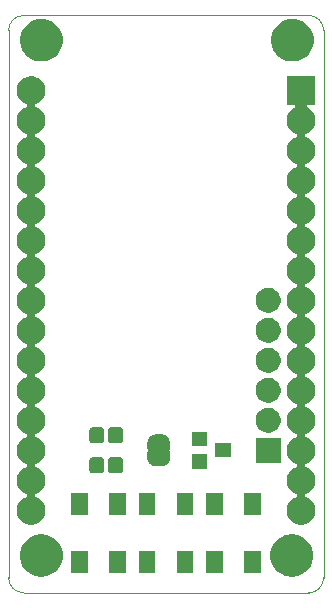
<source format=gbr>
%TF.GenerationSoftware,KiCad,Pcbnew,5.1.5+dfsg1-2~bpo10+1*%
%TF.CreationDate,2020-10-04T09:48:28+00:00*%
%TF.ProjectId,CO2,434f322e-6b69-4636-9164-5f7063625858,rev?*%
%TF.SameCoordinates,Original*%
%TF.FileFunction,Soldermask,Top*%
%TF.FilePolarity,Negative*%
%FSLAX45Y45*%
G04 Gerber Fmt 4.5, Leading zero omitted, Abs format (unit mm)*
G04 Created by KiCad (PCBNEW 5.1.5+dfsg1-2~bpo10+1) date 2020-10-04 09:48:28*
%MOMM*%
%LPD*%
G04 APERTURE LIST*
%ADD10C,0.120000*%
%ADD11C,0.150000*%
G04 APERTURE END LIST*
D10*
X-63500Y-4254500D02*
G75*
G02X-190500Y-4127500I0J127000D01*
G01*
X2476500Y-4127500D02*
G75*
G02X2349500Y-4254500I-127000J0D01*
G01*
X-190500Y507511D02*
G75*
G02X-63500Y634511I127000J0D01*
G01*
X2349500Y634511D02*
G75*
G02X2476500Y507511I0J-127000D01*
G01*
X2476500Y-4127500D02*
X2476500Y508000D01*
X-63500Y-4254500D02*
X2349500Y-4254500D01*
X-190500Y508000D02*
X-190500Y-4127500D01*
X2349500Y634511D02*
X-63500Y634511D01*
D11*
G36*
X2241116Y-3761459D02*
G01*
X2258504Y-3764917D01*
X2291262Y-3778486D01*
X2320743Y-3798185D01*
X2345815Y-3823257D01*
X2365514Y-3852738D01*
X2379083Y-3885496D01*
X2386000Y-3920272D01*
X2386000Y-3955728D01*
X2379083Y-3990504D01*
X2365514Y-4023262D01*
X2345815Y-4052743D01*
X2320743Y-4077815D01*
X2291262Y-4097514D01*
X2258504Y-4111083D01*
X2241116Y-4114541D01*
X2223729Y-4118000D01*
X2188271Y-4118000D01*
X2170884Y-4114541D01*
X2153496Y-4111083D01*
X2120738Y-4097514D01*
X2091257Y-4077815D01*
X2066185Y-4052743D01*
X2046486Y-4023262D01*
X2032917Y-3990504D01*
X2026000Y-3955728D01*
X2026000Y-3920272D01*
X2032917Y-3885496D01*
X2046486Y-3852738D01*
X2066185Y-3823257D01*
X2091257Y-3798185D01*
X2120738Y-3778486D01*
X2153496Y-3764917D01*
X2170884Y-3761459D01*
X2188271Y-3758000D01*
X2223729Y-3758000D01*
X2241116Y-3761459D01*
G37*
G36*
X121116Y-3761459D02*
G01*
X138504Y-3764917D01*
X171262Y-3778486D01*
X200743Y-3798185D01*
X225815Y-3823257D01*
X245514Y-3852738D01*
X259083Y-3885496D01*
X266000Y-3920272D01*
X266000Y-3955728D01*
X259083Y-3990504D01*
X245514Y-4023262D01*
X225815Y-4052743D01*
X200743Y-4077815D01*
X171262Y-4097514D01*
X138504Y-4111083D01*
X121116Y-4114541D01*
X103729Y-4118000D01*
X68271Y-4118000D01*
X50884Y-4114541D01*
X33496Y-4111083D01*
X738Y-4097514D01*
X-28743Y-4077815D01*
X-53815Y-4052743D01*
X-73514Y-4023262D01*
X-87083Y-3990504D01*
X-94000Y-3955728D01*
X-94000Y-3920272D01*
X-87083Y-3885496D01*
X-73514Y-3852738D01*
X-53815Y-3823257D01*
X-28743Y-3798185D01*
X738Y-3778486D01*
X33496Y-3764917D01*
X50884Y-3761459D01*
X68271Y-3758000D01*
X103729Y-3758000D01*
X121116Y-3761459D01*
G37*
G36*
X801500Y-4086500D02*
G01*
X661500Y-4086500D01*
X661500Y-3896500D01*
X801500Y-3896500D01*
X801500Y-4086500D01*
G37*
G36*
X1944500Y-4086500D02*
G01*
X1804500Y-4086500D01*
X1804500Y-3896500D01*
X1944500Y-3896500D01*
X1944500Y-4086500D01*
G37*
G36*
X1624500Y-4086500D02*
G01*
X1484500Y-4086500D01*
X1484500Y-3896500D01*
X1624500Y-3896500D01*
X1624500Y-4086500D01*
G37*
G36*
X1053000Y-4086500D02*
G01*
X913000Y-4086500D01*
X913000Y-3896500D01*
X1053000Y-3896500D01*
X1053000Y-4086500D01*
G37*
G36*
X1373000Y-4086500D02*
G01*
X1233000Y-4086500D01*
X1233000Y-3896500D01*
X1373000Y-3896500D01*
X1373000Y-4086500D01*
G37*
G36*
X481500Y-4086500D02*
G01*
X341500Y-4086500D01*
X341500Y-3896500D01*
X481500Y-3896500D01*
X481500Y-4086500D01*
G37*
G36*
X35469Y116927D02*
G01*
X57599Y107761D01*
X57599Y107760D01*
X77516Y94453D01*
X94453Y77516D01*
X107760Y57599D01*
X107761Y57599D01*
X116927Y35469D01*
X121600Y11977D01*
X121600Y-11977D01*
X116927Y-35469D01*
X107761Y-57599D01*
X107760Y-57599D01*
X94453Y-77516D01*
X77516Y-94453D01*
X57599Y-107760D01*
X57599Y-107761D01*
X57599Y-107761D01*
X39032Y-115452D01*
X36870Y-116607D01*
X34976Y-118161D01*
X33422Y-120055D01*
X32267Y-122216D01*
X31555Y-124561D01*
X31315Y-127000D01*
X31555Y-129439D01*
X32267Y-131784D01*
X33422Y-133945D01*
X34976Y-135839D01*
X36871Y-137393D01*
X39032Y-138548D01*
X57599Y-146239D01*
X57599Y-146240D01*
X77516Y-159547D01*
X94453Y-176484D01*
X107760Y-196401D01*
X107761Y-196401D01*
X116927Y-218531D01*
X121600Y-242023D01*
X121600Y-265977D01*
X116927Y-289469D01*
X107761Y-311599D01*
X107760Y-311599D01*
X94453Y-331516D01*
X77516Y-348453D01*
X57599Y-361760D01*
X57599Y-361761D01*
X57599Y-361761D01*
X39032Y-369452D01*
X36870Y-370607D01*
X34976Y-372161D01*
X33422Y-374055D01*
X32267Y-376216D01*
X31555Y-378561D01*
X31315Y-381000D01*
X31555Y-383439D01*
X32267Y-385783D01*
X33422Y-387945D01*
X34976Y-389839D01*
X36871Y-391393D01*
X39032Y-392548D01*
X57599Y-400239D01*
X57599Y-400239D01*
X77516Y-413547D01*
X94453Y-430484D01*
X107760Y-450401D01*
X107761Y-450401D01*
X116927Y-472531D01*
X121600Y-496023D01*
X121600Y-519977D01*
X116927Y-543469D01*
X107761Y-565599D01*
X107760Y-565599D01*
X94453Y-585516D01*
X77516Y-602453D01*
X57599Y-615761D01*
X57599Y-615761D01*
X57599Y-615761D01*
X39032Y-623452D01*
X36870Y-624607D01*
X34976Y-626161D01*
X33422Y-628056D01*
X32267Y-630217D01*
X31555Y-632561D01*
X31315Y-635000D01*
X31555Y-637439D01*
X32267Y-639784D01*
X33422Y-641945D01*
X34976Y-643839D01*
X36871Y-645393D01*
X39032Y-646548D01*
X57599Y-654239D01*
X57599Y-654240D01*
X77516Y-667547D01*
X94453Y-684485D01*
X107760Y-704401D01*
X107761Y-704401D01*
X116927Y-726531D01*
X121600Y-750023D01*
X121600Y-773977D01*
X116927Y-797469D01*
X107761Y-819599D01*
X107760Y-819599D01*
X94453Y-839515D01*
X77516Y-856453D01*
X57599Y-869760D01*
X57599Y-869761D01*
X57599Y-869761D01*
X39032Y-877452D01*
X36870Y-878607D01*
X34976Y-880161D01*
X33422Y-882055D01*
X32267Y-884216D01*
X31555Y-886561D01*
X31315Y-889000D01*
X31555Y-891439D01*
X32267Y-893783D01*
X33422Y-895945D01*
X34976Y-897839D01*
X36871Y-899393D01*
X39032Y-900548D01*
X57599Y-908239D01*
X57599Y-908239D01*
X77516Y-921547D01*
X94453Y-938484D01*
X107760Y-958401D01*
X107761Y-958401D01*
X116927Y-980531D01*
X121600Y-1004023D01*
X121600Y-1027977D01*
X116927Y-1051469D01*
X107761Y-1073599D01*
X107760Y-1073599D01*
X94453Y-1093516D01*
X77516Y-1110453D01*
X57599Y-1123761D01*
X57599Y-1123761D01*
X57599Y-1123761D01*
X39032Y-1131452D01*
X36870Y-1132607D01*
X34976Y-1134161D01*
X33422Y-1136056D01*
X32267Y-1138217D01*
X31555Y-1140561D01*
X31315Y-1143000D01*
X31555Y-1145439D01*
X32267Y-1147784D01*
X33422Y-1149945D01*
X34976Y-1151839D01*
X36871Y-1153393D01*
X39032Y-1154548D01*
X57599Y-1162239D01*
X57599Y-1162240D01*
X77516Y-1175547D01*
X94453Y-1192485D01*
X107760Y-1212401D01*
X107761Y-1212401D01*
X116927Y-1234531D01*
X121600Y-1258023D01*
X121600Y-1281977D01*
X116927Y-1305469D01*
X107761Y-1327599D01*
X107760Y-1327599D01*
X94453Y-1347516D01*
X77516Y-1364453D01*
X57599Y-1377761D01*
X57599Y-1377761D01*
X57599Y-1377761D01*
X39032Y-1385452D01*
X36870Y-1386607D01*
X34976Y-1388161D01*
X33422Y-1390056D01*
X32267Y-1392217D01*
X31555Y-1394561D01*
X31315Y-1397000D01*
X31555Y-1399439D01*
X32267Y-1401783D01*
X33422Y-1403945D01*
X34976Y-1405839D01*
X36871Y-1407393D01*
X39032Y-1408548D01*
X57599Y-1416239D01*
X57599Y-1416239D01*
X77516Y-1429547D01*
X94453Y-1446484D01*
X107760Y-1466401D01*
X107761Y-1466401D01*
X116927Y-1488531D01*
X121600Y-1512023D01*
X121600Y-1535977D01*
X116927Y-1559469D01*
X107761Y-1581599D01*
X107760Y-1581599D01*
X94453Y-1601515D01*
X77516Y-1618453D01*
X57599Y-1631760D01*
X57599Y-1631761D01*
X57599Y-1631761D01*
X39032Y-1639452D01*
X36870Y-1640607D01*
X34976Y-1642161D01*
X33422Y-1644055D01*
X32267Y-1646216D01*
X31555Y-1648561D01*
X31315Y-1651000D01*
X31555Y-1653439D01*
X32267Y-1655783D01*
X33422Y-1657945D01*
X34976Y-1659839D01*
X36871Y-1661393D01*
X39032Y-1662548D01*
X57599Y-1670239D01*
X57599Y-1670239D01*
X77516Y-1683547D01*
X94453Y-1700484D01*
X101523Y-1711066D01*
X107761Y-1720401D01*
X116927Y-1742531D01*
X121600Y-1766023D01*
X121600Y-1789977D01*
X116927Y-1813469D01*
X111018Y-1827736D01*
X107760Y-1835599D01*
X94453Y-1855515D01*
X77516Y-1872453D01*
X57599Y-1885760D01*
X57599Y-1885761D01*
X57599Y-1885761D01*
X39032Y-1893452D01*
X36870Y-1894607D01*
X34976Y-1896161D01*
X33422Y-1898055D01*
X32267Y-1900216D01*
X31555Y-1902561D01*
X31315Y-1905000D01*
X31555Y-1907439D01*
X32267Y-1909783D01*
X33422Y-1911945D01*
X34976Y-1913839D01*
X36871Y-1915393D01*
X39032Y-1916548D01*
X57599Y-1924239D01*
X57599Y-1924239D01*
X77516Y-1937547D01*
X94453Y-1954484D01*
X101523Y-1965066D01*
X107761Y-1974401D01*
X116927Y-1996531D01*
X121600Y-2020023D01*
X121600Y-2043977D01*
X116927Y-2067469D01*
X111018Y-2081736D01*
X107760Y-2089599D01*
X94453Y-2109516D01*
X77516Y-2126453D01*
X57599Y-2139761D01*
X57599Y-2139761D01*
X57599Y-2139761D01*
X39032Y-2147452D01*
X36870Y-2148607D01*
X34976Y-2150161D01*
X33422Y-2152056D01*
X32267Y-2154217D01*
X31555Y-2156561D01*
X31315Y-2159000D01*
X31555Y-2161439D01*
X32267Y-2163784D01*
X33422Y-2165945D01*
X34976Y-2167839D01*
X36871Y-2169393D01*
X39032Y-2170548D01*
X57599Y-2178239D01*
X57599Y-2178240D01*
X77516Y-2191547D01*
X94453Y-2208485D01*
X101523Y-2219067D01*
X107761Y-2228401D01*
X116927Y-2250531D01*
X121600Y-2274023D01*
X121600Y-2297977D01*
X116927Y-2321469D01*
X111018Y-2335736D01*
X107760Y-2343599D01*
X94453Y-2363516D01*
X77516Y-2380453D01*
X57599Y-2393761D01*
X57599Y-2393761D01*
X57599Y-2393761D01*
X39032Y-2401452D01*
X36870Y-2402607D01*
X34976Y-2404161D01*
X33422Y-2406056D01*
X32267Y-2408217D01*
X31555Y-2410561D01*
X31315Y-2413000D01*
X31555Y-2415439D01*
X32267Y-2417784D01*
X33422Y-2419945D01*
X34976Y-2421839D01*
X36871Y-2423393D01*
X39032Y-2424548D01*
X57599Y-2432239D01*
X57599Y-2432240D01*
X77516Y-2445547D01*
X94453Y-2462485D01*
X101523Y-2473067D01*
X107761Y-2482401D01*
X116927Y-2504531D01*
X121600Y-2528023D01*
X121600Y-2551977D01*
X116927Y-2575469D01*
X111018Y-2589736D01*
X107760Y-2597599D01*
X94453Y-2617516D01*
X77516Y-2634453D01*
X57599Y-2647761D01*
X57599Y-2647761D01*
X57599Y-2647761D01*
X39032Y-2655452D01*
X36870Y-2656607D01*
X34976Y-2658161D01*
X33422Y-2660056D01*
X32267Y-2662217D01*
X31555Y-2664561D01*
X31315Y-2667000D01*
X31555Y-2669439D01*
X32267Y-2671784D01*
X33422Y-2673945D01*
X34976Y-2675839D01*
X36871Y-2677393D01*
X39032Y-2678548D01*
X57599Y-2686239D01*
X57599Y-2686240D01*
X77516Y-2699547D01*
X94453Y-2716485D01*
X101523Y-2727067D01*
X107761Y-2736401D01*
X116927Y-2758531D01*
X121600Y-2782023D01*
X121600Y-2805977D01*
X116927Y-2829469D01*
X111018Y-2843736D01*
X107760Y-2851599D01*
X94453Y-2871515D01*
X77516Y-2888453D01*
X57599Y-2901760D01*
X57599Y-2901761D01*
X57599Y-2901761D01*
X39032Y-2909452D01*
X36870Y-2910607D01*
X34976Y-2912161D01*
X33422Y-2914055D01*
X32267Y-2916216D01*
X31555Y-2918561D01*
X31315Y-2921000D01*
X31555Y-2923439D01*
X32267Y-2925783D01*
X33422Y-2927945D01*
X34976Y-2929839D01*
X36871Y-2931393D01*
X39032Y-2932548D01*
X57299Y-2940115D01*
X57599Y-2940239D01*
X77516Y-2953547D01*
X94453Y-2970484D01*
X106122Y-2987948D01*
X107761Y-2990401D01*
X116927Y-3012531D01*
X121600Y-3036023D01*
X121600Y-3059977D01*
X116927Y-3083469D01*
X107761Y-3105599D01*
X107760Y-3105599D01*
X94453Y-3125515D01*
X77516Y-3142453D01*
X57599Y-3155760D01*
X57599Y-3155761D01*
X57599Y-3155761D01*
X39032Y-3163452D01*
X36870Y-3164607D01*
X34976Y-3166161D01*
X33422Y-3168055D01*
X32267Y-3170216D01*
X31555Y-3172561D01*
X31315Y-3175000D01*
X31555Y-3177439D01*
X32267Y-3179783D01*
X33422Y-3181945D01*
X34976Y-3183839D01*
X36871Y-3185393D01*
X39032Y-3186548D01*
X57599Y-3194239D01*
X57599Y-3194239D01*
X77516Y-3207547D01*
X94453Y-3224484D01*
X106122Y-3241948D01*
X107761Y-3244401D01*
X116927Y-3266531D01*
X121600Y-3290023D01*
X121600Y-3313977D01*
X116927Y-3337469D01*
X107761Y-3359599D01*
X107760Y-3359599D01*
X94453Y-3379515D01*
X77516Y-3396453D01*
X57599Y-3409760D01*
X57599Y-3409761D01*
X57599Y-3409761D01*
X39032Y-3417452D01*
X36870Y-3418607D01*
X34976Y-3420161D01*
X33422Y-3422055D01*
X32267Y-3424216D01*
X31555Y-3426561D01*
X31315Y-3429000D01*
X31555Y-3431439D01*
X32267Y-3433783D01*
X33422Y-3435945D01*
X34976Y-3437839D01*
X36871Y-3439393D01*
X39032Y-3440548D01*
X57599Y-3448239D01*
X57599Y-3448239D01*
X77516Y-3461547D01*
X94453Y-3478484D01*
X107760Y-3498401D01*
X107761Y-3498401D01*
X116927Y-3520531D01*
X121600Y-3544023D01*
X121600Y-3567977D01*
X116927Y-3591469D01*
X107761Y-3613599D01*
X107760Y-3613599D01*
X94453Y-3633515D01*
X77516Y-3650453D01*
X57599Y-3663760D01*
X57599Y-3663761D01*
X57599Y-3663761D01*
X35469Y-3672927D01*
X11977Y-3677600D01*
X-11977Y-3677600D01*
X-35469Y-3672927D01*
X-57599Y-3663761D01*
X-57599Y-3663761D01*
X-57599Y-3663760D01*
X-77516Y-3650453D01*
X-94453Y-3633515D01*
X-107760Y-3613599D01*
X-107761Y-3613599D01*
X-116927Y-3591469D01*
X-121600Y-3567977D01*
X-121600Y-3544023D01*
X-116927Y-3520531D01*
X-107761Y-3498401D01*
X-107760Y-3498401D01*
X-94453Y-3478484D01*
X-77516Y-3461547D01*
X-57599Y-3448239D01*
X-57599Y-3448239D01*
X-39032Y-3440548D01*
X-36870Y-3439393D01*
X-34976Y-3437839D01*
X-33422Y-3435944D01*
X-32267Y-3433783D01*
X-31555Y-3431439D01*
X-31315Y-3429000D01*
X-31555Y-3426561D01*
X-32267Y-3424216D01*
X-33422Y-3422055D01*
X-34976Y-3420161D01*
X-36871Y-3418607D01*
X-39032Y-3417452D01*
X-57599Y-3409761D01*
X-57599Y-3409761D01*
X-57599Y-3409760D01*
X-77516Y-3396453D01*
X-94453Y-3379515D01*
X-107760Y-3359599D01*
X-107761Y-3359599D01*
X-116927Y-3337469D01*
X-121600Y-3313977D01*
X-121600Y-3290023D01*
X-116927Y-3266531D01*
X-107761Y-3244401D01*
X-106122Y-3241948D01*
X-94453Y-3224484D01*
X-77516Y-3207547D01*
X-57599Y-3194239D01*
X-57599Y-3194239D01*
X-39032Y-3186548D01*
X-36870Y-3185393D01*
X-34976Y-3183839D01*
X-33422Y-3181944D01*
X-32267Y-3179783D01*
X-31555Y-3177439D01*
X-31315Y-3175000D01*
X-31555Y-3172561D01*
X-32267Y-3170216D01*
X-33422Y-3168055D01*
X-34976Y-3166161D01*
X-36871Y-3164607D01*
X-39032Y-3163452D01*
X-57599Y-3155761D01*
X-57599Y-3155761D01*
X-57599Y-3155760D01*
X-77516Y-3142453D01*
X-94453Y-3125515D01*
X-107760Y-3105599D01*
X-107761Y-3105599D01*
X-116927Y-3083469D01*
X-121600Y-3059977D01*
X-121600Y-3036023D01*
X-116927Y-3012531D01*
X-107761Y-2990401D01*
X-106122Y-2987948D01*
X-94453Y-2970484D01*
X-77516Y-2953547D01*
X-57599Y-2940239D01*
X-57299Y-2940115D01*
X-39032Y-2932548D01*
X-36870Y-2931393D01*
X-34976Y-2929839D01*
X-33422Y-2927944D01*
X-32267Y-2925783D01*
X-31555Y-2923439D01*
X-31315Y-2921000D01*
X-31555Y-2918561D01*
X-32267Y-2916216D01*
X-33422Y-2914055D01*
X-34976Y-2912161D01*
X-36871Y-2910607D01*
X-39032Y-2909452D01*
X-57599Y-2901761D01*
X-57599Y-2901761D01*
X-57599Y-2901760D01*
X-77516Y-2888453D01*
X-94453Y-2871515D01*
X-107760Y-2851599D01*
X-111018Y-2843736D01*
X-116927Y-2829469D01*
X-121600Y-2805977D01*
X-121600Y-2782023D01*
X-116927Y-2758531D01*
X-107761Y-2736401D01*
X-101523Y-2727067D01*
X-94453Y-2716485D01*
X-77516Y-2699547D01*
X-57599Y-2686240D01*
X-57599Y-2686239D01*
X-39032Y-2678548D01*
X-36870Y-2677393D01*
X-34976Y-2675839D01*
X-33422Y-2673945D01*
X-32267Y-2671784D01*
X-31555Y-2669439D01*
X-31315Y-2667000D01*
X-31555Y-2664561D01*
X-32267Y-2662217D01*
X-33422Y-2660055D01*
X-34976Y-2658161D01*
X-36871Y-2656607D01*
X-39032Y-2655452D01*
X-57599Y-2647761D01*
X-57599Y-2647761D01*
X-57599Y-2647761D01*
X-77516Y-2634453D01*
X-94453Y-2617516D01*
X-107760Y-2597599D01*
X-111018Y-2589736D01*
X-116927Y-2575469D01*
X-121600Y-2551977D01*
X-121600Y-2528023D01*
X-116927Y-2504531D01*
X-107761Y-2482401D01*
X-101523Y-2473067D01*
X-94453Y-2462485D01*
X-77516Y-2445547D01*
X-57599Y-2432240D01*
X-57599Y-2432239D01*
X-39032Y-2424548D01*
X-36870Y-2423393D01*
X-34976Y-2421839D01*
X-33422Y-2419945D01*
X-32267Y-2417784D01*
X-31555Y-2415439D01*
X-31315Y-2413000D01*
X-31555Y-2410561D01*
X-32267Y-2408217D01*
X-33422Y-2406055D01*
X-34976Y-2404161D01*
X-36871Y-2402607D01*
X-39032Y-2401452D01*
X-57599Y-2393761D01*
X-57599Y-2393761D01*
X-57599Y-2393761D01*
X-77516Y-2380453D01*
X-94453Y-2363516D01*
X-107760Y-2343599D01*
X-111018Y-2335736D01*
X-116927Y-2321469D01*
X-121600Y-2297977D01*
X-121600Y-2274023D01*
X-116927Y-2250531D01*
X-107761Y-2228401D01*
X-101523Y-2219067D01*
X-94453Y-2208485D01*
X-77516Y-2191547D01*
X-57599Y-2178240D01*
X-57599Y-2178239D01*
X-39032Y-2170548D01*
X-36870Y-2169393D01*
X-34976Y-2167839D01*
X-33422Y-2165945D01*
X-32267Y-2163784D01*
X-31555Y-2161439D01*
X-31315Y-2159000D01*
X-31555Y-2156561D01*
X-32267Y-2154217D01*
X-33422Y-2152055D01*
X-34976Y-2150161D01*
X-36871Y-2148607D01*
X-39032Y-2147452D01*
X-57599Y-2139761D01*
X-57599Y-2139761D01*
X-57599Y-2139761D01*
X-77516Y-2126453D01*
X-94453Y-2109516D01*
X-107760Y-2089599D01*
X-111018Y-2081736D01*
X-116927Y-2067469D01*
X-121600Y-2043977D01*
X-121600Y-2020023D01*
X-116927Y-1996531D01*
X-107761Y-1974401D01*
X-101523Y-1965066D01*
X-94453Y-1954484D01*
X-77516Y-1937547D01*
X-57599Y-1924239D01*
X-57599Y-1924239D01*
X-39032Y-1916548D01*
X-36870Y-1915393D01*
X-34976Y-1913839D01*
X-33422Y-1911944D01*
X-32267Y-1909783D01*
X-31555Y-1907439D01*
X-31315Y-1905000D01*
X-31555Y-1902561D01*
X-32267Y-1900216D01*
X-33422Y-1898055D01*
X-34976Y-1896161D01*
X-36871Y-1894607D01*
X-39032Y-1893452D01*
X-57599Y-1885761D01*
X-57599Y-1885761D01*
X-57599Y-1885760D01*
X-77516Y-1872453D01*
X-94453Y-1855515D01*
X-107760Y-1835599D01*
X-111018Y-1827736D01*
X-116927Y-1813469D01*
X-121600Y-1789977D01*
X-121600Y-1766023D01*
X-116927Y-1742531D01*
X-107761Y-1720401D01*
X-101523Y-1711066D01*
X-94453Y-1700484D01*
X-77516Y-1683547D01*
X-57599Y-1670239D01*
X-57599Y-1670239D01*
X-39032Y-1662548D01*
X-36870Y-1661393D01*
X-34976Y-1659839D01*
X-33422Y-1657944D01*
X-32267Y-1655783D01*
X-31555Y-1653439D01*
X-31315Y-1651000D01*
X-31555Y-1648561D01*
X-32267Y-1646216D01*
X-33422Y-1644055D01*
X-34976Y-1642161D01*
X-36871Y-1640607D01*
X-39032Y-1639452D01*
X-57599Y-1631761D01*
X-57599Y-1631761D01*
X-57599Y-1631760D01*
X-77516Y-1618453D01*
X-94453Y-1601515D01*
X-107760Y-1581599D01*
X-107761Y-1581599D01*
X-116927Y-1559469D01*
X-121600Y-1535977D01*
X-121600Y-1512023D01*
X-116927Y-1488531D01*
X-107761Y-1466401D01*
X-107760Y-1466401D01*
X-94453Y-1446484D01*
X-77516Y-1429547D01*
X-57599Y-1416239D01*
X-57599Y-1416239D01*
X-39032Y-1408548D01*
X-36870Y-1407393D01*
X-34976Y-1405839D01*
X-33422Y-1403944D01*
X-32267Y-1401783D01*
X-31555Y-1399439D01*
X-31315Y-1397000D01*
X-31555Y-1394561D01*
X-32267Y-1392217D01*
X-33422Y-1390055D01*
X-34976Y-1388161D01*
X-36871Y-1386607D01*
X-39032Y-1385452D01*
X-57599Y-1377761D01*
X-57599Y-1377761D01*
X-57599Y-1377761D01*
X-77516Y-1364453D01*
X-94453Y-1347516D01*
X-107760Y-1327599D01*
X-107761Y-1327599D01*
X-116927Y-1305469D01*
X-121600Y-1281977D01*
X-121600Y-1258023D01*
X-116927Y-1234531D01*
X-107761Y-1212401D01*
X-107760Y-1212401D01*
X-94453Y-1192485D01*
X-77516Y-1175547D01*
X-57599Y-1162240D01*
X-57599Y-1162239D01*
X-39032Y-1154548D01*
X-36870Y-1153393D01*
X-34976Y-1151839D01*
X-33422Y-1149945D01*
X-32267Y-1147784D01*
X-31555Y-1145439D01*
X-31315Y-1143000D01*
X-31555Y-1140561D01*
X-32267Y-1138217D01*
X-33422Y-1136055D01*
X-34976Y-1134161D01*
X-36871Y-1132607D01*
X-39032Y-1131452D01*
X-57599Y-1123761D01*
X-57599Y-1123761D01*
X-57599Y-1123761D01*
X-77516Y-1110453D01*
X-94453Y-1093516D01*
X-107760Y-1073599D01*
X-107761Y-1073599D01*
X-116927Y-1051469D01*
X-121600Y-1027977D01*
X-121600Y-1004023D01*
X-116927Y-980531D01*
X-107761Y-958401D01*
X-107760Y-958401D01*
X-94453Y-938484D01*
X-77516Y-921547D01*
X-57599Y-908239D01*
X-57599Y-908239D01*
X-39032Y-900548D01*
X-36870Y-899393D01*
X-34976Y-897839D01*
X-33422Y-895944D01*
X-32267Y-893783D01*
X-31555Y-891439D01*
X-31315Y-889000D01*
X-31555Y-886561D01*
X-32267Y-884216D01*
X-33422Y-882055D01*
X-34976Y-880161D01*
X-36871Y-878607D01*
X-39032Y-877452D01*
X-57599Y-869761D01*
X-57599Y-869761D01*
X-57599Y-869760D01*
X-77516Y-856453D01*
X-94453Y-839515D01*
X-107760Y-819599D01*
X-107761Y-819599D01*
X-116927Y-797469D01*
X-121600Y-773977D01*
X-121600Y-750023D01*
X-116927Y-726531D01*
X-107761Y-704401D01*
X-107760Y-704401D01*
X-94453Y-684485D01*
X-77516Y-667547D01*
X-57599Y-654240D01*
X-57599Y-654239D01*
X-39032Y-646548D01*
X-36870Y-645393D01*
X-34976Y-643839D01*
X-33422Y-641945D01*
X-32267Y-639784D01*
X-31555Y-637439D01*
X-31315Y-635000D01*
X-31555Y-632561D01*
X-32267Y-630217D01*
X-33422Y-628055D01*
X-34976Y-626161D01*
X-36871Y-624607D01*
X-39032Y-623452D01*
X-57599Y-615761D01*
X-57599Y-615761D01*
X-57599Y-615761D01*
X-77516Y-602453D01*
X-94453Y-585516D01*
X-107760Y-565599D01*
X-107761Y-565599D01*
X-116927Y-543469D01*
X-121600Y-519977D01*
X-121600Y-496023D01*
X-116927Y-472531D01*
X-107761Y-450401D01*
X-107760Y-450401D01*
X-94453Y-430484D01*
X-77516Y-413547D01*
X-57599Y-400239D01*
X-57599Y-400239D01*
X-39032Y-392548D01*
X-36870Y-391393D01*
X-34976Y-389839D01*
X-33422Y-387944D01*
X-32267Y-385783D01*
X-31555Y-383439D01*
X-31315Y-381000D01*
X-31555Y-378561D01*
X-32267Y-376216D01*
X-33422Y-374055D01*
X-34976Y-372161D01*
X-36871Y-370607D01*
X-39032Y-369452D01*
X-57599Y-361761D01*
X-57599Y-361761D01*
X-57599Y-361760D01*
X-77516Y-348453D01*
X-94453Y-331516D01*
X-107760Y-311599D01*
X-107761Y-311599D01*
X-116927Y-289469D01*
X-121600Y-265977D01*
X-121600Y-242023D01*
X-116927Y-218531D01*
X-107761Y-196401D01*
X-107760Y-196401D01*
X-94453Y-176484D01*
X-77516Y-159547D01*
X-57599Y-146240D01*
X-57599Y-146239D01*
X-39032Y-138548D01*
X-36870Y-137393D01*
X-34976Y-135839D01*
X-33422Y-133945D01*
X-32267Y-131784D01*
X-31555Y-129439D01*
X-31315Y-127000D01*
X-31555Y-124561D01*
X-32267Y-122216D01*
X-33422Y-120055D01*
X-34976Y-118161D01*
X-36871Y-116607D01*
X-39032Y-115452D01*
X-57599Y-107761D01*
X-57599Y-107761D01*
X-57599Y-107760D01*
X-77516Y-94453D01*
X-94453Y-77516D01*
X-107760Y-57599D01*
X-107761Y-57599D01*
X-116927Y-35469D01*
X-121600Y-11977D01*
X-121600Y11977D01*
X-116927Y35469D01*
X-107761Y57599D01*
X-107760Y57599D01*
X-94453Y77516D01*
X-77516Y94453D01*
X-57599Y107760D01*
X-57599Y107761D01*
X-35469Y116927D01*
X-11977Y121600D01*
X11977Y121600D01*
X35469Y116927D01*
G37*
G36*
X2407600Y-121600D02*
G01*
X2346956Y-121600D01*
X2344517Y-121840D01*
X2342172Y-122551D01*
X2340011Y-123707D01*
X2338117Y-125261D01*
X2336562Y-127155D01*
X2335407Y-129316D01*
X2334696Y-131661D01*
X2334456Y-134100D01*
X2334696Y-136539D01*
X2335407Y-138883D01*
X2336562Y-141045D01*
X2338117Y-142939D01*
X2340011Y-144493D01*
X2342172Y-145648D01*
X2343599Y-146239D01*
X2343599Y-146240D01*
X2363516Y-159547D01*
X2380453Y-176484D01*
X2393761Y-196401D01*
X2393761Y-196401D01*
X2402927Y-218531D01*
X2407600Y-242023D01*
X2407600Y-265977D01*
X2402927Y-289469D01*
X2393761Y-311599D01*
X2393761Y-311599D01*
X2380453Y-331516D01*
X2363516Y-348453D01*
X2343599Y-361760D01*
X2343599Y-361761D01*
X2343599Y-361761D01*
X2325032Y-369452D01*
X2322870Y-370607D01*
X2320976Y-372161D01*
X2319422Y-374055D01*
X2318267Y-376216D01*
X2317555Y-378561D01*
X2317315Y-381000D01*
X2317555Y-383439D01*
X2318267Y-385783D01*
X2319422Y-387945D01*
X2320976Y-389839D01*
X2322871Y-391393D01*
X2325032Y-392548D01*
X2343599Y-400239D01*
X2343599Y-400239D01*
X2363516Y-413547D01*
X2380453Y-430484D01*
X2393761Y-450401D01*
X2393761Y-450401D01*
X2402927Y-472531D01*
X2407600Y-496023D01*
X2407600Y-519977D01*
X2402927Y-543469D01*
X2393761Y-565599D01*
X2393761Y-565599D01*
X2380453Y-585516D01*
X2363516Y-602453D01*
X2343599Y-615761D01*
X2343599Y-615761D01*
X2343599Y-615761D01*
X2325032Y-623452D01*
X2322870Y-624607D01*
X2320976Y-626161D01*
X2319422Y-628056D01*
X2318267Y-630217D01*
X2317555Y-632561D01*
X2317315Y-635000D01*
X2317555Y-637439D01*
X2318267Y-639784D01*
X2319422Y-641945D01*
X2320976Y-643839D01*
X2322871Y-645393D01*
X2325032Y-646548D01*
X2343599Y-654239D01*
X2343599Y-654240D01*
X2363516Y-667547D01*
X2380453Y-684485D01*
X2393761Y-704401D01*
X2393761Y-704401D01*
X2402927Y-726531D01*
X2407600Y-750023D01*
X2407600Y-773977D01*
X2402927Y-797469D01*
X2393761Y-819599D01*
X2393761Y-819599D01*
X2380453Y-839515D01*
X2363516Y-856453D01*
X2343599Y-869760D01*
X2343599Y-869761D01*
X2343599Y-869761D01*
X2325032Y-877452D01*
X2322870Y-878607D01*
X2320976Y-880161D01*
X2319422Y-882055D01*
X2318267Y-884216D01*
X2317555Y-886561D01*
X2317315Y-889000D01*
X2317555Y-891439D01*
X2318267Y-893783D01*
X2319422Y-895945D01*
X2320976Y-897839D01*
X2322871Y-899393D01*
X2325032Y-900548D01*
X2343599Y-908239D01*
X2343599Y-908239D01*
X2363516Y-921547D01*
X2380453Y-938484D01*
X2393761Y-958401D01*
X2393761Y-958401D01*
X2402927Y-980531D01*
X2407600Y-1004023D01*
X2407600Y-1027977D01*
X2402927Y-1051469D01*
X2393761Y-1073599D01*
X2393761Y-1073599D01*
X2380453Y-1093516D01*
X2363516Y-1110453D01*
X2343599Y-1123761D01*
X2343599Y-1123761D01*
X2343599Y-1123761D01*
X2325032Y-1131452D01*
X2322870Y-1132607D01*
X2320976Y-1134161D01*
X2319422Y-1136056D01*
X2318267Y-1138217D01*
X2317555Y-1140561D01*
X2317315Y-1143000D01*
X2317555Y-1145439D01*
X2318267Y-1147784D01*
X2319422Y-1149945D01*
X2320976Y-1151839D01*
X2322871Y-1153393D01*
X2325032Y-1154548D01*
X2343599Y-1162239D01*
X2343599Y-1162240D01*
X2363516Y-1175547D01*
X2380453Y-1192485D01*
X2393761Y-1212401D01*
X2393761Y-1212401D01*
X2402927Y-1234531D01*
X2407600Y-1258023D01*
X2407600Y-1281977D01*
X2402927Y-1305469D01*
X2393761Y-1327599D01*
X2393761Y-1327599D01*
X2380453Y-1347516D01*
X2363516Y-1364453D01*
X2343599Y-1377761D01*
X2343599Y-1377761D01*
X2343599Y-1377761D01*
X2325032Y-1385452D01*
X2322870Y-1386607D01*
X2320976Y-1388161D01*
X2319422Y-1390056D01*
X2318267Y-1392217D01*
X2317555Y-1394561D01*
X2317315Y-1397000D01*
X2317555Y-1399439D01*
X2318267Y-1401783D01*
X2319422Y-1403945D01*
X2320976Y-1405839D01*
X2322871Y-1407393D01*
X2325032Y-1408548D01*
X2343599Y-1416239D01*
X2343599Y-1416239D01*
X2363516Y-1429547D01*
X2380453Y-1446484D01*
X2393761Y-1466401D01*
X2393761Y-1466401D01*
X2402927Y-1488531D01*
X2407600Y-1512023D01*
X2407600Y-1535977D01*
X2402927Y-1559469D01*
X2393761Y-1581599D01*
X2393761Y-1581599D01*
X2380453Y-1601515D01*
X2363516Y-1618453D01*
X2343599Y-1631760D01*
X2343599Y-1631761D01*
X2343599Y-1631761D01*
X2325032Y-1639452D01*
X2322870Y-1640607D01*
X2320976Y-1642161D01*
X2319422Y-1644055D01*
X2318267Y-1646216D01*
X2317555Y-1648561D01*
X2317315Y-1651000D01*
X2317555Y-1653439D01*
X2318267Y-1655783D01*
X2319422Y-1657945D01*
X2320976Y-1659839D01*
X2322871Y-1661393D01*
X2325032Y-1662548D01*
X2343599Y-1670239D01*
X2343599Y-1670239D01*
X2363516Y-1683547D01*
X2380453Y-1700484D01*
X2387524Y-1711066D01*
X2393761Y-1720401D01*
X2402927Y-1742531D01*
X2407600Y-1766023D01*
X2407600Y-1789977D01*
X2402927Y-1813469D01*
X2397018Y-1827736D01*
X2393761Y-1835599D01*
X2380453Y-1855515D01*
X2363516Y-1872453D01*
X2343599Y-1885760D01*
X2343599Y-1885761D01*
X2343599Y-1885761D01*
X2325032Y-1893452D01*
X2322870Y-1894607D01*
X2320976Y-1896161D01*
X2319422Y-1898055D01*
X2318267Y-1900216D01*
X2317555Y-1902561D01*
X2317315Y-1905000D01*
X2317555Y-1907439D01*
X2318267Y-1909783D01*
X2319422Y-1911945D01*
X2320976Y-1913839D01*
X2322871Y-1915393D01*
X2325032Y-1916548D01*
X2343599Y-1924239D01*
X2343599Y-1924239D01*
X2363516Y-1937547D01*
X2380453Y-1954484D01*
X2387524Y-1965066D01*
X2393761Y-1974401D01*
X2402927Y-1996531D01*
X2407600Y-2020023D01*
X2407600Y-2043977D01*
X2402927Y-2067469D01*
X2397018Y-2081736D01*
X2393761Y-2089599D01*
X2380453Y-2109516D01*
X2363516Y-2126453D01*
X2343599Y-2139761D01*
X2343599Y-2139761D01*
X2343599Y-2139761D01*
X2325032Y-2147452D01*
X2322870Y-2148607D01*
X2320976Y-2150161D01*
X2319422Y-2152056D01*
X2318267Y-2154217D01*
X2317555Y-2156561D01*
X2317315Y-2159000D01*
X2317555Y-2161439D01*
X2318267Y-2163784D01*
X2319422Y-2165945D01*
X2320976Y-2167839D01*
X2322871Y-2169393D01*
X2325032Y-2170548D01*
X2343599Y-2178239D01*
X2343599Y-2178240D01*
X2363516Y-2191547D01*
X2380453Y-2208485D01*
X2387524Y-2219067D01*
X2393761Y-2228401D01*
X2402927Y-2250531D01*
X2407600Y-2274023D01*
X2407600Y-2297977D01*
X2402927Y-2321469D01*
X2397018Y-2335736D01*
X2393761Y-2343599D01*
X2380453Y-2363516D01*
X2363516Y-2380453D01*
X2343599Y-2393761D01*
X2343599Y-2393761D01*
X2343599Y-2393761D01*
X2325032Y-2401452D01*
X2322870Y-2402607D01*
X2320976Y-2404161D01*
X2319422Y-2406056D01*
X2318267Y-2408217D01*
X2317555Y-2410561D01*
X2317315Y-2413000D01*
X2317555Y-2415439D01*
X2318267Y-2417784D01*
X2319422Y-2419945D01*
X2320976Y-2421839D01*
X2322871Y-2423393D01*
X2325032Y-2424548D01*
X2343599Y-2432239D01*
X2343599Y-2432240D01*
X2363516Y-2445547D01*
X2380453Y-2462485D01*
X2387524Y-2473067D01*
X2393761Y-2482401D01*
X2402927Y-2504531D01*
X2407600Y-2528023D01*
X2407600Y-2551977D01*
X2402927Y-2575469D01*
X2397018Y-2589736D01*
X2393761Y-2597599D01*
X2380453Y-2617516D01*
X2363516Y-2634453D01*
X2343599Y-2647761D01*
X2343599Y-2647761D01*
X2343599Y-2647761D01*
X2325032Y-2655452D01*
X2322870Y-2656607D01*
X2320976Y-2658161D01*
X2319422Y-2660056D01*
X2318267Y-2662217D01*
X2317555Y-2664561D01*
X2317315Y-2667000D01*
X2317555Y-2669439D01*
X2318267Y-2671784D01*
X2319422Y-2673945D01*
X2320976Y-2675839D01*
X2322871Y-2677393D01*
X2325032Y-2678548D01*
X2343599Y-2686239D01*
X2343599Y-2686240D01*
X2363516Y-2699547D01*
X2380453Y-2716485D01*
X2387524Y-2727067D01*
X2393761Y-2736401D01*
X2402927Y-2758531D01*
X2407600Y-2782023D01*
X2407600Y-2805977D01*
X2402927Y-2829469D01*
X2397018Y-2843736D01*
X2393761Y-2851599D01*
X2380453Y-2871515D01*
X2363516Y-2888453D01*
X2343599Y-2901760D01*
X2343599Y-2901761D01*
X2343599Y-2901761D01*
X2325032Y-2909452D01*
X2322870Y-2910607D01*
X2320976Y-2912161D01*
X2319422Y-2914055D01*
X2318267Y-2916216D01*
X2317555Y-2918561D01*
X2317315Y-2921000D01*
X2317555Y-2923439D01*
X2318267Y-2925783D01*
X2319422Y-2927945D01*
X2320976Y-2929839D01*
X2322871Y-2931393D01*
X2325032Y-2932548D01*
X2343299Y-2940115D01*
X2343599Y-2940239D01*
X2363516Y-2953547D01*
X2380453Y-2970484D01*
X2392122Y-2987948D01*
X2393761Y-2990401D01*
X2402927Y-3012531D01*
X2407600Y-3036023D01*
X2407600Y-3059977D01*
X2402927Y-3083469D01*
X2393761Y-3105599D01*
X2393761Y-3105599D01*
X2380453Y-3125515D01*
X2363516Y-3142453D01*
X2343599Y-3155760D01*
X2343599Y-3155761D01*
X2343599Y-3155761D01*
X2325032Y-3163452D01*
X2322870Y-3164607D01*
X2320976Y-3166161D01*
X2319422Y-3168055D01*
X2318267Y-3170216D01*
X2317555Y-3172561D01*
X2317315Y-3175000D01*
X2317555Y-3177439D01*
X2318267Y-3179783D01*
X2319422Y-3181945D01*
X2320976Y-3183839D01*
X2322871Y-3185393D01*
X2325032Y-3186548D01*
X2343599Y-3194239D01*
X2343599Y-3194239D01*
X2363516Y-3207547D01*
X2380453Y-3224484D01*
X2392122Y-3241948D01*
X2393761Y-3244401D01*
X2402927Y-3266531D01*
X2407600Y-3290023D01*
X2407600Y-3313977D01*
X2402927Y-3337469D01*
X2393761Y-3359599D01*
X2393761Y-3359599D01*
X2380453Y-3379515D01*
X2363516Y-3396453D01*
X2343599Y-3409760D01*
X2343599Y-3409761D01*
X2343599Y-3409761D01*
X2325032Y-3417452D01*
X2322870Y-3418607D01*
X2320976Y-3420161D01*
X2319422Y-3422055D01*
X2318267Y-3424216D01*
X2317555Y-3426561D01*
X2317315Y-3429000D01*
X2317555Y-3431439D01*
X2318267Y-3433783D01*
X2319422Y-3435945D01*
X2320976Y-3437839D01*
X2322871Y-3439393D01*
X2325032Y-3440548D01*
X2343599Y-3448239D01*
X2343599Y-3448239D01*
X2363516Y-3461547D01*
X2380453Y-3478484D01*
X2393761Y-3498401D01*
X2393761Y-3498401D01*
X2402927Y-3520531D01*
X2407600Y-3544023D01*
X2407600Y-3567977D01*
X2402927Y-3591469D01*
X2393761Y-3613599D01*
X2393761Y-3613599D01*
X2380453Y-3633515D01*
X2363516Y-3650453D01*
X2343599Y-3663760D01*
X2343599Y-3663761D01*
X2343599Y-3663761D01*
X2321469Y-3672927D01*
X2297977Y-3677600D01*
X2274023Y-3677600D01*
X2250531Y-3672927D01*
X2228401Y-3663761D01*
X2228401Y-3663761D01*
X2228401Y-3663760D01*
X2208485Y-3650453D01*
X2191547Y-3633515D01*
X2178240Y-3613599D01*
X2178239Y-3613599D01*
X2169073Y-3591469D01*
X2164400Y-3567977D01*
X2164400Y-3544023D01*
X2169073Y-3520531D01*
X2178239Y-3498401D01*
X2178240Y-3498401D01*
X2191547Y-3478484D01*
X2208485Y-3461547D01*
X2228401Y-3448239D01*
X2228401Y-3448239D01*
X2246969Y-3440548D01*
X2249130Y-3439393D01*
X2251024Y-3437839D01*
X2252578Y-3435944D01*
X2253733Y-3433783D01*
X2254445Y-3431439D01*
X2254685Y-3429000D01*
X2254445Y-3426561D01*
X2253733Y-3424216D01*
X2252578Y-3422055D01*
X2251024Y-3420161D01*
X2249130Y-3418607D01*
X2246969Y-3417452D01*
X2228401Y-3409761D01*
X2228401Y-3409761D01*
X2228401Y-3409760D01*
X2208485Y-3396453D01*
X2191547Y-3379515D01*
X2178240Y-3359599D01*
X2178239Y-3359599D01*
X2169073Y-3337469D01*
X2164400Y-3313977D01*
X2164400Y-3290023D01*
X2169073Y-3266531D01*
X2178239Y-3244401D01*
X2179878Y-3241948D01*
X2191547Y-3224484D01*
X2208485Y-3207547D01*
X2228401Y-3194239D01*
X2228401Y-3194239D01*
X2246969Y-3186548D01*
X2249130Y-3185393D01*
X2251024Y-3183839D01*
X2252578Y-3181944D01*
X2253733Y-3179783D01*
X2254445Y-3177439D01*
X2254685Y-3175000D01*
X2254445Y-3172561D01*
X2253733Y-3170216D01*
X2252578Y-3168055D01*
X2251024Y-3166161D01*
X2249130Y-3164607D01*
X2246969Y-3163452D01*
X2228401Y-3155761D01*
X2228401Y-3155761D01*
X2228401Y-3155760D01*
X2208485Y-3142453D01*
X2191547Y-3125515D01*
X2178240Y-3105599D01*
X2178239Y-3105599D01*
X2169073Y-3083469D01*
X2164400Y-3059977D01*
X2164400Y-3036023D01*
X2169073Y-3012531D01*
X2178239Y-2990401D01*
X2179878Y-2987948D01*
X2191547Y-2970484D01*
X2208485Y-2953547D01*
X2228401Y-2940239D01*
X2228701Y-2940115D01*
X2246969Y-2932548D01*
X2249130Y-2931393D01*
X2251024Y-2929839D01*
X2252578Y-2927944D01*
X2253733Y-2925783D01*
X2254445Y-2923439D01*
X2254685Y-2921000D01*
X2254445Y-2918561D01*
X2253733Y-2916216D01*
X2252578Y-2914055D01*
X2251024Y-2912161D01*
X2249130Y-2910607D01*
X2246969Y-2909452D01*
X2228401Y-2901761D01*
X2228401Y-2901761D01*
X2228401Y-2901760D01*
X2208485Y-2888453D01*
X2191547Y-2871515D01*
X2178240Y-2851599D01*
X2174982Y-2843736D01*
X2169073Y-2829469D01*
X2164400Y-2805977D01*
X2164400Y-2782023D01*
X2169073Y-2758531D01*
X2178239Y-2736401D01*
X2184477Y-2727067D01*
X2191547Y-2716485D01*
X2208485Y-2699547D01*
X2228401Y-2686240D01*
X2228401Y-2686239D01*
X2246969Y-2678548D01*
X2249130Y-2677393D01*
X2251024Y-2675839D01*
X2252578Y-2673945D01*
X2253733Y-2671784D01*
X2254445Y-2669439D01*
X2254685Y-2667000D01*
X2254445Y-2664561D01*
X2253733Y-2662217D01*
X2252578Y-2660055D01*
X2251024Y-2658161D01*
X2249130Y-2656607D01*
X2246969Y-2655452D01*
X2228401Y-2647761D01*
X2228401Y-2647761D01*
X2228401Y-2647761D01*
X2208485Y-2634453D01*
X2191547Y-2617516D01*
X2178240Y-2597599D01*
X2174982Y-2589736D01*
X2169073Y-2575469D01*
X2164400Y-2551977D01*
X2164400Y-2528023D01*
X2169073Y-2504531D01*
X2178239Y-2482401D01*
X2184477Y-2473067D01*
X2191547Y-2462485D01*
X2208485Y-2445547D01*
X2228401Y-2432240D01*
X2228401Y-2432239D01*
X2246969Y-2424548D01*
X2249130Y-2423393D01*
X2251024Y-2421839D01*
X2252578Y-2419945D01*
X2253733Y-2417784D01*
X2254445Y-2415439D01*
X2254685Y-2413000D01*
X2254445Y-2410561D01*
X2253733Y-2408217D01*
X2252578Y-2406055D01*
X2251024Y-2404161D01*
X2249130Y-2402607D01*
X2246969Y-2401452D01*
X2228401Y-2393761D01*
X2228401Y-2393761D01*
X2228401Y-2393761D01*
X2208485Y-2380453D01*
X2191547Y-2363516D01*
X2178240Y-2343599D01*
X2174982Y-2335736D01*
X2169073Y-2321469D01*
X2164400Y-2297977D01*
X2164400Y-2274023D01*
X2169073Y-2250531D01*
X2178239Y-2228401D01*
X2184477Y-2219067D01*
X2191547Y-2208485D01*
X2208485Y-2191547D01*
X2228401Y-2178240D01*
X2228401Y-2178239D01*
X2246969Y-2170548D01*
X2249130Y-2169393D01*
X2251024Y-2167839D01*
X2252578Y-2165945D01*
X2253733Y-2163784D01*
X2254445Y-2161439D01*
X2254685Y-2159000D01*
X2254445Y-2156561D01*
X2253733Y-2154217D01*
X2252578Y-2152055D01*
X2251024Y-2150161D01*
X2249130Y-2148607D01*
X2246969Y-2147452D01*
X2228401Y-2139761D01*
X2228401Y-2139761D01*
X2228401Y-2139761D01*
X2208485Y-2126453D01*
X2191547Y-2109516D01*
X2178240Y-2089599D01*
X2174982Y-2081736D01*
X2169073Y-2067469D01*
X2164400Y-2043977D01*
X2164400Y-2020023D01*
X2169073Y-1996531D01*
X2178239Y-1974401D01*
X2184477Y-1965066D01*
X2191547Y-1954484D01*
X2208485Y-1937547D01*
X2228401Y-1924239D01*
X2228401Y-1924239D01*
X2246969Y-1916548D01*
X2249130Y-1915393D01*
X2251024Y-1913839D01*
X2252578Y-1911944D01*
X2253733Y-1909783D01*
X2254445Y-1907439D01*
X2254685Y-1905000D01*
X2254445Y-1902561D01*
X2253733Y-1900216D01*
X2252578Y-1898055D01*
X2251024Y-1896161D01*
X2249130Y-1894607D01*
X2246969Y-1893452D01*
X2228401Y-1885761D01*
X2228401Y-1885761D01*
X2228401Y-1885760D01*
X2208485Y-1872453D01*
X2191547Y-1855515D01*
X2178240Y-1835599D01*
X2174982Y-1827736D01*
X2169073Y-1813469D01*
X2164400Y-1789977D01*
X2164400Y-1766023D01*
X2169073Y-1742531D01*
X2178239Y-1720401D01*
X2184477Y-1711066D01*
X2191547Y-1700484D01*
X2208485Y-1683547D01*
X2228401Y-1670239D01*
X2228401Y-1670239D01*
X2246969Y-1662548D01*
X2249130Y-1661393D01*
X2251024Y-1659839D01*
X2252578Y-1657944D01*
X2253733Y-1655783D01*
X2254445Y-1653439D01*
X2254685Y-1651000D01*
X2254445Y-1648561D01*
X2253733Y-1646216D01*
X2252578Y-1644055D01*
X2251024Y-1642161D01*
X2249130Y-1640607D01*
X2246969Y-1639452D01*
X2228401Y-1631761D01*
X2228401Y-1631761D01*
X2228401Y-1631760D01*
X2208485Y-1618453D01*
X2191547Y-1601515D01*
X2178240Y-1581599D01*
X2178239Y-1581599D01*
X2169073Y-1559469D01*
X2164400Y-1535977D01*
X2164400Y-1512023D01*
X2169073Y-1488531D01*
X2178239Y-1466401D01*
X2178240Y-1466401D01*
X2191547Y-1446484D01*
X2208485Y-1429547D01*
X2228401Y-1416239D01*
X2228401Y-1416239D01*
X2246969Y-1408548D01*
X2249130Y-1407393D01*
X2251024Y-1405839D01*
X2252578Y-1403944D01*
X2253733Y-1401783D01*
X2254445Y-1399439D01*
X2254685Y-1397000D01*
X2254445Y-1394561D01*
X2253733Y-1392217D01*
X2252578Y-1390055D01*
X2251024Y-1388161D01*
X2249130Y-1386607D01*
X2246969Y-1385452D01*
X2228401Y-1377761D01*
X2228401Y-1377761D01*
X2228401Y-1377761D01*
X2208485Y-1364453D01*
X2191547Y-1347516D01*
X2178240Y-1327599D01*
X2178239Y-1327599D01*
X2169073Y-1305469D01*
X2164400Y-1281977D01*
X2164400Y-1258023D01*
X2169073Y-1234531D01*
X2178239Y-1212401D01*
X2178240Y-1212401D01*
X2191547Y-1192485D01*
X2208485Y-1175547D01*
X2228401Y-1162240D01*
X2228401Y-1162239D01*
X2246969Y-1154548D01*
X2249130Y-1153393D01*
X2251024Y-1151839D01*
X2252578Y-1149945D01*
X2253733Y-1147784D01*
X2254445Y-1145439D01*
X2254685Y-1143000D01*
X2254445Y-1140561D01*
X2253733Y-1138217D01*
X2252578Y-1136055D01*
X2251024Y-1134161D01*
X2249130Y-1132607D01*
X2246969Y-1131452D01*
X2228401Y-1123761D01*
X2228401Y-1123761D01*
X2228401Y-1123761D01*
X2208485Y-1110453D01*
X2191547Y-1093516D01*
X2178240Y-1073599D01*
X2178239Y-1073599D01*
X2169073Y-1051469D01*
X2164400Y-1027977D01*
X2164400Y-1004023D01*
X2169073Y-980531D01*
X2178239Y-958401D01*
X2178240Y-958401D01*
X2191547Y-938484D01*
X2208485Y-921547D01*
X2228401Y-908239D01*
X2228401Y-908239D01*
X2246969Y-900548D01*
X2249130Y-899393D01*
X2251024Y-897839D01*
X2252578Y-895944D01*
X2253733Y-893783D01*
X2254445Y-891439D01*
X2254685Y-889000D01*
X2254445Y-886561D01*
X2253733Y-884216D01*
X2252578Y-882055D01*
X2251024Y-880161D01*
X2249130Y-878607D01*
X2246969Y-877452D01*
X2228401Y-869761D01*
X2228401Y-869761D01*
X2228401Y-869760D01*
X2208485Y-856453D01*
X2191547Y-839515D01*
X2178240Y-819599D01*
X2178239Y-819599D01*
X2169073Y-797469D01*
X2164400Y-773977D01*
X2164400Y-750023D01*
X2169073Y-726531D01*
X2178239Y-704401D01*
X2178240Y-704401D01*
X2191547Y-684485D01*
X2208485Y-667547D01*
X2228401Y-654240D01*
X2228401Y-654239D01*
X2246969Y-646548D01*
X2249130Y-645393D01*
X2251024Y-643839D01*
X2252578Y-641945D01*
X2253733Y-639784D01*
X2254445Y-637439D01*
X2254685Y-635000D01*
X2254445Y-632561D01*
X2253733Y-630217D01*
X2252578Y-628055D01*
X2251024Y-626161D01*
X2249130Y-624607D01*
X2246969Y-623452D01*
X2228401Y-615761D01*
X2228401Y-615761D01*
X2228401Y-615761D01*
X2208485Y-602453D01*
X2191547Y-585516D01*
X2178240Y-565599D01*
X2178239Y-565599D01*
X2169073Y-543469D01*
X2164400Y-519977D01*
X2164400Y-496023D01*
X2169073Y-472531D01*
X2178239Y-450401D01*
X2178240Y-450401D01*
X2191547Y-430484D01*
X2208485Y-413547D01*
X2228401Y-400239D01*
X2228401Y-400239D01*
X2246969Y-392548D01*
X2249130Y-391393D01*
X2251024Y-389839D01*
X2252578Y-387944D01*
X2253733Y-385783D01*
X2254445Y-383439D01*
X2254685Y-381000D01*
X2254445Y-378561D01*
X2253733Y-376216D01*
X2252578Y-374055D01*
X2251024Y-372161D01*
X2249130Y-370607D01*
X2246969Y-369452D01*
X2228401Y-361761D01*
X2228401Y-361761D01*
X2228401Y-361760D01*
X2208485Y-348453D01*
X2191547Y-331516D01*
X2178240Y-311599D01*
X2178239Y-311599D01*
X2169073Y-289469D01*
X2164400Y-265977D01*
X2164400Y-242023D01*
X2169073Y-218531D01*
X2178239Y-196401D01*
X2178240Y-196401D01*
X2191547Y-176484D01*
X2208485Y-159547D01*
X2228401Y-146240D01*
X2228401Y-146239D01*
X2229828Y-145648D01*
X2231989Y-144493D01*
X2233883Y-142939D01*
X2235438Y-141044D01*
X2236593Y-138883D01*
X2237304Y-136539D01*
X2237544Y-134100D01*
X2237304Y-131661D01*
X2236593Y-129316D01*
X2235438Y-127155D01*
X2233883Y-125261D01*
X2231989Y-123707D01*
X2229828Y-122551D01*
X2227483Y-121840D01*
X2225045Y-121600D01*
X2164400Y-121600D01*
X2164400Y121600D01*
X2407600Y121600D01*
X2407600Y-121600D01*
G37*
G36*
X801500Y-3596500D02*
G01*
X661500Y-3596500D01*
X661500Y-3406500D01*
X801500Y-3406500D01*
X801500Y-3596500D01*
G37*
G36*
X1624500Y-3596500D02*
G01*
X1484500Y-3596500D01*
X1484500Y-3406500D01*
X1624500Y-3406500D01*
X1624500Y-3596500D01*
G37*
G36*
X1944500Y-3596500D02*
G01*
X1804500Y-3596500D01*
X1804500Y-3406500D01*
X1944500Y-3406500D01*
X1944500Y-3596500D01*
G37*
G36*
X1053000Y-3596500D02*
G01*
X913000Y-3596500D01*
X913000Y-3406500D01*
X1053000Y-3406500D01*
X1053000Y-3596500D01*
G37*
G36*
X1373000Y-3596500D02*
G01*
X1233000Y-3596500D01*
X1233000Y-3406500D01*
X1373000Y-3406500D01*
X1373000Y-3596500D01*
G37*
G36*
X481500Y-3596500D02*
G01*
X341500Y-3596500D01*
X341500Y-3406500D01*
X481500Y-3406500D01*
X481500Y-3596500D01*
G37*
G36*
X599362Y-3108052D02*
G01*
X604159Y-3109507D01*
X608578Y-3111869D01*
X612452Y-3115048D01*
X615631Y-3118922D01*
X617993Y-3123341D01*
X619448Y-3128138D01*
X620000Y-3133739D01*
X620000Y-3216261D01*
X619448Y-3221862D01*
X617993Y-3226658D01*
X615631Y-3231078D01*
X612452Y-3234952D01*
X608578Y-3238131D01*
X604159Y-3240493D01*
X599362Y-3241948D01*
X593761Y-3242500D01*
X518739Y-3242500D01*
X513138Y-3241948D01*
X508341Y-3240493D01*
X503922Y-3238131D01*
X500048Y-3234952D01*
X496869Y-3231078D01*
X494507Y-3226658D01*
X493052Y-3221862D01*
X492500Y-3216261D01*
X492500Y-3133739D01*
X493052Y-3128138D01*
X494507Y-3123341D01*
X496869Y-3118922D01*
X500048Y-3115048D01*
X503922Y-3111869D01*
X508341Y-3109507D01*
X513138Y-3108052D01*
X518739Y-3107500D01*
X593761Y-3107500D01*
X599362Y-3108052D01*
G37*
G36*
X756862Y-3108052D02*
G01*
X761658Y-3109507D01*
X766078Y-3111869D01*
X769952Y-3115048D01*
X773131Y-3118922D01*
X775493Y-3123341D01*
X776948Y-3128138D01*
X777500Y-3133739D01*
X777500Y-3216261D01*
X776948Y-3221862D01*
X775493Y-3226658D01*
X773131Y-3231078D01*
X769952Y-3234952D01*
X766078Y-3238131D01*
X761658Y-3240493D01*
X756862Y-3241948D01*
X751261Y-3242500D01*
X676239Y-3242500D01*
X670638Y-3241948D01*
X665842Y-3240493D01*
X661422Y-3238131D01*
X657548Y-3234952D01*
X654369Y-3231078D01*
X652007Y-3226658D01*
X650552Y-3221862D01*
X650000Y-3216261D01*
X650000Y-3133739D01*
X650552Y-3128138D01*
X652007Y-3123341D01*
X654369Y-3118922D01*
X657548Y-3115048D01*
X661422Y-3111869D01*
X665842Y-3109507D01*
X670638Y-3108052D01*
X676239Y-3107500D01*
X751261Y-3107500D01*
X756862Y-3108052D01*
G37*
G36*
X1489000Y-3203000D02*
G01*
X1359000Y-3203000D01*
X1359000Y-3083000D01*
X1489000Y-3083000D01*
X1489000Y-3203000D01*
G37*
G36*
X1105720Y-2913023D02*
G01*
X1106945Y-2913083D01*
X1108787Y-2913083D01*
X1113936Y-2913591D01*
X1122344Y-2915263D01*
X1123455Y-2915600D01*
X1126705Y-2916586D01*
X1126705Y-2916586D01*
X1127296Y-2916765D01*
X1135216Y-2920046D01*
X1139779Y-2922485D01*
X1146908Y-2927248D01*
X1147385Y-2927639D01*
X1147385Y-2927640D01*
X1150430Y-2930139D01*
X1150431Y-2930139D01*
X1150907Y-2930530D01*
X1156970Y-2936593D01*
X1157361Y-2937069D01*
X1157361Y-2937070D01*
X1159860Y-2940115D01*
X1160252Y-2940592D01*
X1165015Y-2947721D01*
X1167454Y-2952284D01*
X1170735Y-2960204D01*
X1170914Y-2960795D01*
X1170914Y-2960795D01*
X1171359Y-2962261D01*
X1172237Y-2965156D01*
X1173909Y-2973564D01*
X1174417Y-2978713D01*
X1174417Y-2980555D01*
X1174477Y-2981780D01*
X1174657Y-2983614D01*
X1174657Y-3032386D01*
X1174211Y-3036920D01*
X1173067Y-3040691D01*
X1172310Y-3042108D01*
X1171372Y-3044372D01*
X1170894Y-3046775D01*
X1170894Y-3049225D01*
X1171372Y-3051629D01*
X1172310Y-3053892D01*
X1173067Y-3055309D01*
X1174211Y-3059079D01*
X1174657Y-3063614D01*
X1174657Y-3112386D01*
X1174477Y-3114220D01*
X1174417Y-3115445D01*
X1174417Y-3117287D01*
X1173909Y-3122436D01*
X1172237Y-3130844D01*
X1172058Y-3131435D01*
X1170914Y-3135205D01*
X1170914Y-3135205D01*
X1170735Y-3135796D01*
X1167454Y-3143716D01*
X1165015Y-3148279D01*
X1160252Y-3155408D01*
X1159861Y-3155885D01*
X1159860Y-3155885D01*
X1157361Y-3158930D01*
X1157361Y-3158931D01*
X1156970Y-3159407D01*
X1150907Y-3165470D01*
X1150431Y-3165860D01*
X1150430Y-3165861D01*
X1147757Y-3168055D01*
X1146908Y-3168752D01*
X1139779Y-3173515D01*
X1135216Y-3175954D01*
X1127296Y-3179235D01*
X1126705Y-3179414D01*
X1126705Y-3179414D01*
X1123940Y-3180253D01*
X1122344Y-3180737D01*
X1113936Y-3182409D01*
X1108787Y-3182916D01*
X1106945Y-3182916D01*
X1105720Y-3182977D01*
X1103886Y-3183157D01*
X1055114Y-3183157D01*
X1053280Y-3182977D01*
X1052055Y-3182916D01*
X1050213Y-3182916D01*
X1045064Y-3182409D01*
X1036656Y-3180737D01*
X1035060Y-3180253D01*
X1032295Y-3179414D01*
X1032295Y-3179414D01*
X1031704Y-3179235D01*
X1023784Y-3175954D01*
X1019221Y-3173515D01*
X1012092Y-3168752D01*
X1011243Y-3168055D01*
X1008570Y-3165861D01*
X1008569Y-3165860D01*
X1008093Y-3165470D01*
X1002030Y-3159407D01*
X1001639Y-3158931D01*
X1001639Y-3158930D01*
X999140Y-3155885D01*
X999139Y-3155885D01*
X998748Y-3155408D01*
X993985Y-3148279D01*
X991546Y-3143716D01*
X988265Y-3135796D01*
X988086Y-3135205D01*
X988086Y-3135205D01*
X986942Y-3131435D01*
X986763Y-3130844D01*
X985091Y-3122436D01*
X984583Y-3117287D01*
X984583Y-3115445D01*
X984523Y-3114220D01*
X984343Y-3112386D01*
X984343Y-3063614D01*
X984789Y-3059079D01*
X985933Y-3055309D01*
X986690Y-3053892D01*
X987628Y-3051628D01*
X988106Y-3049225D01*
X988106Y-3046774D01*
X987628Y-3044371D01*
X986690Y-3042108D01*
X985933Y-3040691D01*
X984789Y-3036920D01*
X984343Y-3032386D01*
X984343Y-2983614D01*
X984523Y-2981780D01*
X984583Y-2980555D01*
X984583Y-2978713D01*
X985091Y-2973564D01*
X986763Y-2965156D01*
X987641Y-2962261D01*
X988086Y-2960795D01*
X988086Y-2960795D01*
X988265Y-2960204D01*
X991546Y-2952284D01*
X993985Y-2947721D01*
X998748Y-2940592D01*
X999140Y-2940115D01*
X1001639Y-2937070D01*
X1001639Y-2937069D01*
X1002030Y-2936593D01*
X1008093Y-2930530D01*
X1008569Y-2930139D01*
X1008570Y-2930139D01*
X1011615Y-2927640D01*
X1011615Y-2927639D01*
X1012092Y-2927248D01*
X1019221Y-2922485D01*
X1023784Y-2920046D01*
X1031704Y-2916765D01*
X1032295Y-2916586D01*
X1032295Y-2916586D01*
X1035545Y-2915600D01*
X1036656Y-2915263D01*
X1045064Y-2913591D01*
X1050213Y-2913083D01*
X1052055Y-2913083D01*
X1053280Y-2913023D01*
X1055114Y-2912843D01*
X1103886Y-2912843D01*
X1105720Y-2913023D01*
G37*
G36*
X2111600Y-3153000D02*
G01*
X1901600Y-3153000D01*
X1901600Y-2943000D01*
X2111600Y-2943000D01*
X2111600Y-3153000D01*
G37*
G36*
X1689000Y-3108000D02*
G01*
X1559000Y-3108000D01*
X1559000Y-2988000D01*
X1689000Y-2988000D01*
X1689000Y-3108000D01*
G37*
G36*
X1489000Y-3013000D02*
G01*
X1359000Y-3013000D01*
X1359000Y-2893000D01*
X1489000Y-2893000D01*
X1489000Y-3013000D01*
G37*
G36*
X599362Y-2854052D02*
G01*
X604159Y-2855507D01*
X608578Y-2857869D01*
X612452Y-2861048D01*
X615631Y-2864922D01*
X617993Y-2869341D01*
X619448Y-2874138D01*
X620000Y-2879739D01*
X620000Y-2962261D01*
X619448Y-2967862D01*
X617993Y-2972658D01*
X615631Y-2977078D01*
X612452Y-2980952D01*
X608578Y-2984131D01*
X604159Y-2986493D01*
X599362Y-2987948D01*
X593761Y-2988500D01*
X518739Y-2988500D01*
X513138Y-2987948D01*
X508341Y-2986493D01*
X503922Y-2984131D01*
X500048Y-2980952D01*
X496869Y-2977078D01*
X494507Y-2972658D01*
X493052Y-2967862D01*
X492500Y-2962261D01*
X492500Y-2879739D01*
X493052Y-2874138D01*
X494507Y-2869341D01*
X496869Y-2864922D01*
X500048Y-2861048D01*
X503922Y-2857869D01*
X508341Y-2855507D01*
X513138Y-2854052D01*
X518739Y-2853500D01*
X593761Y-2853500D01*
X599362Y-2854052D01*
G37*
G36*
X756862Y-2854052D02*
G01*
X761658Y-2855507D01*
X766078Y-2857869D01*
X769952Y-2861048D01*
X773131Y-2864922D01*
X775493Y-2869341D01*
X776948Y-2874138D01*
X777500Y-2879739D01*
X777500Y-2962261D01*
X776948Y-2967862D01*
X775493Y-2972658D01*
X773131Y-2977078D01*
X769952Y-2980952D01*
X766078Y-2984131D01*
X761658Y-2986493D01*
X756862Y-2987948D01*
X751261Y-2988500D01*
X676239Y-2988500D01*
X670638Y-2987948D01*
X665842Y-2986493D01*
X661422Y-2984131D01*
X657548Y-2980952D01*
X654369Y-2977078D01*
X652007Y-2972658D01*
X650552Y-2967862D01*
X650000Y-2962261D01*
X650000Y-2879739D01*
X650552Y-2874138D01*
X652007Y-2869341D01*
X654369Y-2864922D01*
X657548Y-2861048D01*
X661422Y-2857869D01*
X665842Y-2855507D01*
X670638Y-2854052D01*
X676239Y-2853500D01*
X751261Y-2853500D01*
X756862Y-2854052D01*
G37*
G36*
X2019469Y-2689503D02*
G01*
X2037227Y-2693035D01*
X2056336Y-2700950D01*
X2073534Y-2712441D01*
X2088159Y-2727066D01*
X2099650Y-2744264D01*
X2107565Y-2763373D01*
X2111600Y-2783658D01*
X2111600Y-2804342D01*
X2107565Y-2824627D01*
X2099650Y-2843736D01*
X2088159Y-2860934D01*
X2073534Y-2875559D01*
X2056336Y-2887050D01*
X2037227Y-2894965D01*
X2019469Y-2898497D01*
X2016942Y-2899000D01*
X1996258Y-2899000D01*
X1993731Y-2898497D01*
X1975973Y-2894965D01*
X1956864Y-2887050D01*
X1939666Y-2875559D01*
X1925041Y-2860934D01*
X1913550Y-2843736D01*
X1905635Y-2824627D01*
X1901600Y-2804342D01*
X1901600Y-2783658D01*
X1905635Y-2763373D01*
X1913550Y-2744264D01*
X1925041Y-2727066D01*
X1939666Y-2712441D01*
X1956864Y-2700950D01*
X1975973Y-2693035D01*
X1993731Y-2689503D01*
X1996258Y-2689000D01*
X2016942Y-2689000D01*
X2019469Y-2689503D01*
G37*
G36*
X2019469Y-2435503D02*
G01*
X2037227Y-2439035D01*
X2056336Y-2446950D01*
X2073534Y-2458441D01*
X2088159Y-2473066D01*
X2099650Y-2490264D01*
X2107565Y-2509373D01*
X2111600Y-2529658D01*
X2111600Y-2550342D01*
X2107565Y-2570627D01*
X2099650Y-2589736D01*
X2088159Y-2606934D01*
X2073534Y-2621559D01*
X2056336Y-2633050D01*
X2037227Y-2640965D01*
X2019469Y-2644497D01*
X2016942Y-2645000D01*
X1996258Y-2645000D01*
X1993731Y-2644497D01*
X1975973Y-2640965D01*
X1956864Y-2633050D01*
X1939666Y-2621559D01*
X1925041Y-2606934D01*
X1913550Y-2589736D01*
X1905635Y-2570627D01*
X1901600Y-2550342D01*
X1901600Y-2529658D01*
X1905635Y-2509373D01*
X1913550Y-2490264D01*
X1925041Y-2473066D01*
X1939666Y-2458441D01*
X1956864Y-2446950D01*
X1975973Y-2439035D01*
X1993731Y-2435503D01*
X1996258Y-2435000D01*
X2016942Y-2435000D01*
X2019469Y-2435503D01*
G37*
G36*
X2019469Y-2181503D02*
G01*
X2037227Y-2185035D01*
X2056336Y-2192950D01*
X2073534Y-2204441D01*
X2088159Y-2219066D01*
X2099650Y-2236264D01*
X2107565Y-2255373D01*
X2111600Y-2275658D01*
X2111600Y-2296342D01*
X2107565Y-2316627D01*
X2099650Y-2335736D01*
X2088159Y-2352934D01*
X2073534Y-2367559D01*
X2056336Y-2379050D01*
X2037227Y-2386965D01*
X2019469Y-2390497D01*
X2016942Y-2391000D01*
X1996258Y-2391000D01*
X1993731Y-2390497D01*
X1975973Y-2386965D01*
X1956864Y-2379050D01*
X1939666Y-2367559D01*
X1925041Y-2352934D01*
X1913550Y-2335736D01*
X1905635Y-2316627D01*
X1901600Y-2296342D01*
X1901600Y-2275658D01*
X1905635Y-2255373D01*
X1913550Y-2236264D01*
X1925041Y-2219066D01*
X1939666Y-2204441D01*
X1956864Y-2192950D01*
X1975973Y-2185035D01*
X1993731Y-2181503D01*
X1996258Y-2181000D01*
X2016942Y-2181000D01*
X2019469Y-2181503D01*
G37*
G36*
X2019469Y-1927503D02*
G01*
X2037227Y-1931035D01*
X2056336Y-1938950D01*
X2073534Y-1950441D01*
X2088159Y-1965066D01*
X2099650Y-1982264D01*
X2107565Y-2001373D01*
X2111600Y-2021658D01*
X2111600Y-2042342D01*
X2107565Y-2062627D01*
X2099650Y-2081736D01*
X2088159Y-2098934D01*
X2073534Y-2113559D01*
X2056336Y-2125050D01*
X2037227Y-2132965D01*
X2019469Y-2136497D01*
X2016942Y-2137000D01*
X1996258Y-2137000D01*
X1993731Y-2136497D01*
X1975973Y-2132965D01*
X1956864Y-2125050D01*
X1939666Y-2113559D01*
X1925041Y-2098934D01*
X1913550Y-2081736D01*
X1905635Y-2062627D01*
X1901600Y-2042342D01*
X1901600Y-2021658D01*
X1905635Y-2001373D01*
X1913550Y-1982264D01*
X1925041Y-1965066D01*
X1939666Y-1950441D01*
X1956864Y-1938950D01*
X1975973Y-1931035D01*
X1993731Y-1927503D01*
X1996258Y-1927000D01*
X2016942Y-1927000D01*
X2019469Y-1927503D01*
G37*
G36*
X2019469Y-1673503D02*
G01*
X2037227Y-1677035D01*
X2056336Y-1684950D01*
X2073534Y-1696441D01*
X2088159Y-1711066D01*
X2099650Y-1728264D01*
X2107565Y-1747373D01*
X2111600Y-1767658D01*
X2111600Y-1788342D01*
X2107565Y-1808627D01*
X2099650Y-1827736D01*
X2088159Y-1844934D01*
X2073534Y-1859559D01*
X2056336Y-1871050D01*
X2037227Y-1878965D01*
X2019469Y-1882497D01*
X2016942Y-1883000D01*
X1996258Y-1883000D01*
X1993731Y-1882497D01*
X1975973Y-1878965D01*
X1956864Y-1871050D01*
X1939666Y-1859559D01*
X1925041Y-1844934D01*
X1913550Y-1827736D01*
X1905635Y-1808627D01*
X1901600Y-1788342D01*
X1901600Y-1767658D01*
X1905635Y-1747373D01*
X1913550Y-1728264D01*
X1925041Y-1711066D01*
X1939666Y-1696441D01*
X1956864Y-1684950D01*
X1975973Y-1677035D01*
X1993731Y-1673503D01*
X1996258Y-1673000D01*
X2016942Y-1673000D01*
X2019469Y-1673503D01*
G37*
G36*
X121116Y601541D02*
G01*
X138504Y598083D01*
X171262Y584514D01*
X200743Y564815D01*
X225815Y539743D01*
X245514Y510262D01*
X259083Y477504D01*
X266000Y442728D01*
X266000Y407272D01*
X259083Y372496D01*
X245514Y339738D01*
X225815Y310257D01*
X200743Y285185D01*
X171262Y265486D01*
X138504Y251917D01*
X121116Y248459D01*
X103729Y245000D01*
X68271Y245000D01*
X50884Y248459D01*
X33496Y251917D01*
X738Y265486D01*
X-28743Y285185D01*
X-53815Y310257D01*
X-73514Y339738D01*
X-87083Y372496D01*
X-94000Y407272D01*
X-94000Y442728D01*
X-87083Y477504D01*
X-73514Y510262D01*
X-53815Y539743D01*
X-28743Y564815D01*
X738Y584514D01*
X33496Y598083D01*
X50884Y601541D01*
X68271Y605000D01*
X103729Y605000D01*
X121116Y601541D01*
G37*
G36*
X2246116Y601541D02*
G01*
X2263504Y598083D01*
X2296262Y584514D01*
X2325743Y564815D01*
X2350815Y539743D01*
X2370514Y510262D01*
X2384083Y477504D01*
X2391000Y442728D01*
X2391000Y407272D01*
X2384083Y372496D01*
X2370514Y339738D01*
X2350815Y310257D01*
X2325743Y285185D01*
X2296262Y265486D01*
X2263504Y251917D01*
X2246116Y248459D01*
X2228729Y245000D01*
X2193271Y245000D01*
X2175884Y248459D01*
X2158496Y251917D01*
X2125738Y265486D01*
X2096257Y285185D01*
X2071185Y310257D01*
X2051486Y339738D01*
X2037917Y372496D01*
X2031000Y407272D01*
X2031000Y442728D01*
X2037917Y477504D01*
X2051486Y510262D01*
X2071185Y539743D01*
X2096257Y564815D01*
X2125738Y584514D01*
X2158496Y598083D01*
X2175884Y601541D01*
X2193271Y605000D01*
X2228729Y605000D01*
X2246116Y601541D01*
G37*
M02*

</source>
